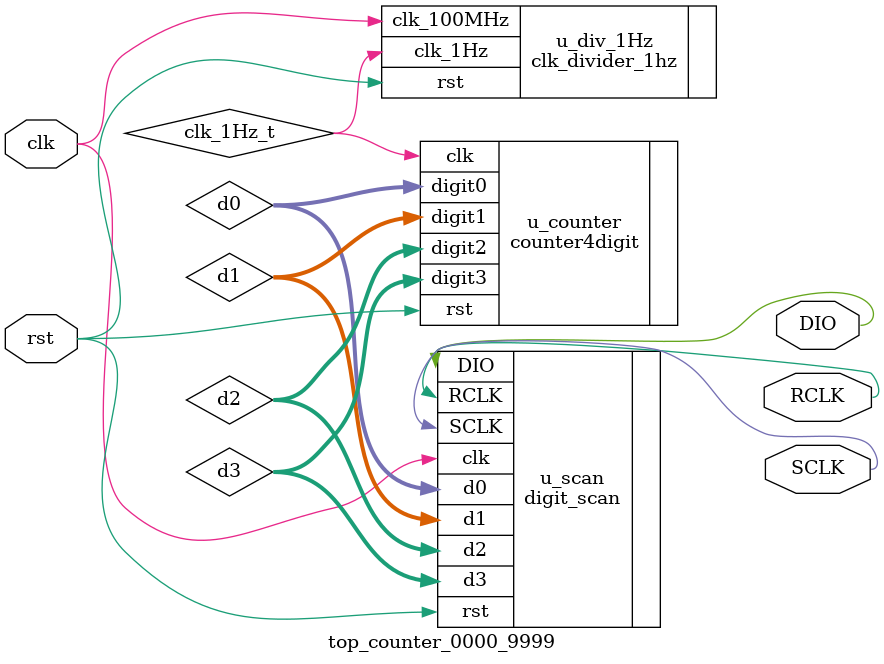
<source format=v>
module top_counter_0000_9999(
    input  wire clk,
    input  wire rst,
    output wire SCLK,
    output wire RCLK,
    output wire DIO
);
    wire [3:0] d0, d1, d2, d3;
	wire clk_1Hz_t;

    clk_divider_1hz u_div_1Hz(
		.clk_100MHz (clk),   
		.rst (rst),        
		.clk_1Hz (clk_1Hz_t)
    );
	
	counter4digit u_counter(
        .clk(clk_1Hz_t),
        .rst(rst),
        .digit0(d0),
        .digit1(d1),
        .digit2(d2),
        .digit3(d3)
    );

    digit_scan u_scan(
        .clk(clk),
        .rst(rst),
        .d0(d0),
        .d1(d1),
        .d2(d2),
        .d3(d3),
        .SCLK(SCLK),
        .RCLK(RCLK),
        .DIO(DIO)
    );
endmodule

</source>
